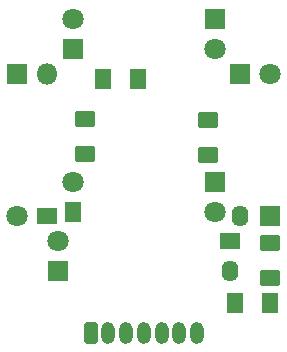
<source format=gbr>
%TF.GenerationSoftware,KiCad,Pcbnew,(6.0.7)*%
%TF.CreationDate,2022-08-28T13:45:58-07:00*%
%TF.ProjectId,cluster,636c7573-7465-4722-9e6b-696361645f70,rev?*%
%TF.SameCoordinates,Original*%
%TF.FileFunction,Soldermask,Bot*%
%TF.FilePolarity,Negative*%
%FSLAX46Y46*%
G04 Gerber Fmt 4.6, Leading zero omitted, Abs format (unit mm)*
G04 Created by KiCad (PCBNEW (6.0.7)) date 2022-08-28 13:45:58*
%MOMM*%
%LPD*%
G01*
G04 APERTURE LIST*
G04 Aperture macros list*
%AMRoundRect*
0 Rectangle with rounded corners*
0 $1 Rounding radius*
0 $2 $3 $4 $5 $6 $7 $8 $9 X,Y pos of 4 corners*
0 Add a 4 corners polygon primitive as box body*
4,1,4,$2,$3,$4,$5,$6,$7,$8,$9,$2,$3,0*
0 Add four circle primitives for the rounded corners*
1,1,$1+$1,$2,$3*
1,1,$1+$1,$4,$5*
1,1,$1+$1,$6,$7*
1,1,$1+$1,$8,$9*
0 Add four rect primitives between the rounded corners*
20,1,$1+$1,$2,$3,$4,$5,0*
20,1,$1+$1,$4,$5,$6,$7,0*
20,1,$1+$1,$6,$7,$8,$9,0*
20,1,$1+$1,$8,$9,$2,$3,0*%
G04 Aperture macros list end*
%ADD10RoundRect,0.250001X0.462499X0.624999X-0.462499X0.624999X-0.462499X-0.624999X0.462499X-0.624999X0*%
%ADD11C,1.800000*%
%ADD12R,1.400000X1.800000*%
%ADD13O,1.170000X1.870000*%
%ADD14RoundRect,0.250380X-0.334620X-0.684620X0.334620X-0.684620X0.334620X0.684620X-0.334620X0.684620X0*%
%ADD15R,1.800000X1.800000*%
%ADD16RoundRect,0.250001X-0.624999X0.462499X-0.624999X-0.462499X0.624999X-0.462499X0.624999X0.462499X0*%
%ADD17RoundRect,0.250001X0.624999X-0.462499X0.624999X0.462499X-0.624999X0.462499X-0.624999X-0.462499X0*%
%ADD18O,1.400000X1.800000*%
%ADD19R,1.800000X1.400000*%
%ADD20O,1.800000X1.800000*%
G04 APERTURE END LIST*
D10*
%TO.C,R4*%
X161940000Y-69935000D03*
X158965000Y-69935000D03*
%TD*%
D11*
%TO.C,PT3*%
X156425000Y-78705000D03*
D12*
X156425000Y-81245000D03*
%TD*%
D13*
%TO.C,J1*%
X159450000Y-91420000D03*
X160950000Y-91420000D03*
X163950000Y-91420000D03*
X162450000Y-91420000D03*
X165450000Y-91420000D03*
D14*
X157950000Y-91420000D03*
D13*
X166950000Y-91420000D03*
%TD*%
D11*
%TO.C,IR3*%
X168475000Y-81245000D03*
D15*
X168475000Y-78705000D03*
%TD*%
D11*
%TO.C,IR4*%
X156425000Y-64855000D03*
D15*
X156425000Y-67395000D03*
%TD*%
D16*
%TO.C,R3*%
X167855000Y-76382500D03*
X167855000Y-73407500D03*
%TD*%
D11*
%TO.C,PT4*%
X168475000Y-67395000D03*
D15*
X168475000Y-64855000D03*
%TD*%
D11*
%TO.C,PT2*%
X155175000Y-83705000D03*
D15*
X155175000Y-86245000D03*
%TD*%
D17*
%TO.C,R1*%
X157449999Y-73300000D03*
X157449999Y-76275000D03*
%TD*%
D10*
%TO.C,R2*%
X173135000Y-88955000D03*
X170160000Y-88955000D03*
%TD*%
D18*
%TO.C,IR2*%
X169725000Y-86245000D03*
D19*
X169725000Y-83705000D03*
%TD*%
D11*
%TO.C,PT5*%
X173145000Y-69525000D03*
D15*
X170605000Y-69525000D03*
%TD*%
D11*
%TO.C,PT1*%
X151755000Y-81575000D03*
D19*
X154295000Y-81575000D03*
%TD*%
D17*
%TO.C,R5*%
X173135000Y-83805000D03*
X173135000Y-86780000D03*
%TD*%
D18*
%TO.C,IR5*%
X170605000Y-81575000D03*
D15*
X173145000Y-81575000D03*
%TD*%
D20*
%TO.C,IR1*%
X154295000Y-69525000D03*
D15*
X151755000Y-69525000D03*
%TD*%
M02*

</source>
